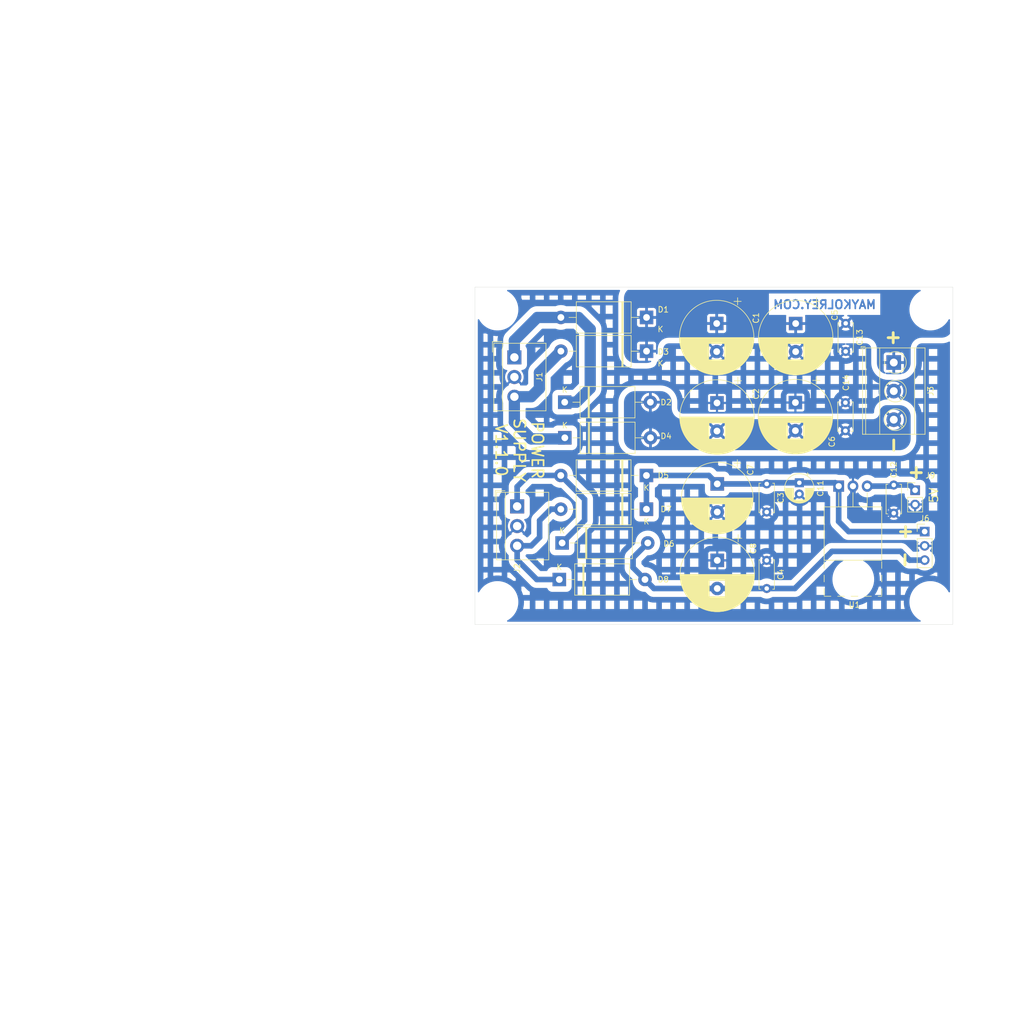
<source format=kicad_pcb>
(kicad_pcb (version 20221018) (generator pcbnew)
  (title_block (title "Fuente simetrica dual con auxiliar") (date "2023-05-04") (rev "V1.1.0") (company "Maykol Rey"))
  (layers (0 "F.Cu" signal) (31 "B.Cu" signal) (34 "B.Paste" user) (35 "F.Paste" user) (36 "B.SilkS" user "B.Silkscreen") (37 "F.SilkS" user "F.Silkscreen") (38 "B.Mask" user) (39 "F.Mask" user) (44 "Edge.Cuts" user))
  (net 0 "")
  (net 1 "GND")
  (net 2 "/Vop")
  (net 3 "/Von")
  (net 4 "/V2i")
  (net 5 "/V1i")
  (net 6 "/Vo2p")
  (net 7 "/V3i")
  (net 8 "/Vo2n")
  (net 9 "/V4i")
  (net 10 "/+5V")
  (footprint "MountingHole:MountingHole_3.2mm_M3" (layer "F.Cu") (at 179.5 121)
    (fp_text reference "H4" hide)
    (fp_text value "MountingHole")
    (pad "" np_thru_hole circle (at 0 0) (size 3.2 3.2) (drill 3.2) (layers "*.Cu" "*.Mask"))
  )
  (footprint "Capacitor_THT:C_Disc_D5.0mm_W2.5mm_P5.00mm" (layer "F.Cu") (at 150.4 100 -90)
    (fp_text reference "C3" (at 2.5 -2.5 -90) (layer "F.SilkS"))
    (fp_text value "100nF")
    (pad "1" thru_hole circle (at 0 0 270) (size 1.6 1.6) (drill 0.8) (layers "*.Cu" "*.Mask") (net 6 "/Vo2p"))
    (pad "2" thru_hole circle (at 5 0 270) (size 1.6 1.6) (drill 0.8) (layers "*.Cu" "*.Mask") (net 1 "GND"))
  )
  (footprint "MR-footprint:TerminalBlock_1x03_P3.50mm_Vertical" (layer "F.Cu") (at 106 107.5 -90)
    (fp_text reference "J2" (at 7.5 0 90) (layer "F.SilkS"))
    (fp_text value "Conn_01x03")
    (pad "1" thru_hole rect (at -3.5 0 270) (size 2.5 2.5) (drill 1.5) (layers "*.Cu" "*.Mask") (net 7 "/V3i"))
    (pad "2" thru_hole circle (at 0 0 270) (size 2.5 2.5) (drill 1.5) (layers "*.Cu" "*.Mask") (net 1 "GND"))
    (pad "3" thru_hole circle (at 3.5 0 270) (size 2.5 2.5) (drill 1.5) (layers "*.Cu" "*.Mask") (net 9 "/V4i"))
  )
  (footprint "Capacitor_THT:CP_Radial_D5.0mm_P2.00mm" (layer "F.Cu") (at 156.2 99.8 -90)
    (fp_text reference "C11" (at 1 -3.75 -90) (layer "F.SilkS"))
    (fp_text value "2.2uF")
    (pad "1" thru_hole rect (at 0 0 270) (size 1.6 1.6) (drill 0.8) (layers "*.Cu" "*.Mask") (net 6 "/Vo2p"))
    (pad "2" thru_hole circle (at 2 0 270) (size 1.6 1.6) (drill 0.8) (layers "*.Cu" "*.Mask") (net 1 "GND"))
  )
  (footprint "MountingHole:MountingHole_3.2mm_M3" (layer "F.Cu") (at 102.5 69)
    (fp_text reference "H1" hide)
    (fp_text value "MountingHole")
    (pad "" np_thru_hole circle (at 0 0) (size 3.2 3.2) (drill 3.2) (layers "*.Cu" "*.Mask"))
  )
  (footprint "Diode_THT:D_DO-27_P15.24mm_Horizontal" (layer "F.Cu") (at 114.46 85.47)
    (fp_text reference "D2" (at 18.04 0.03) (layer "F.SilkS"))
    (fp_text value "1N5404")
    (fp_text user "K" (at 0 -2.2) (layer "F.SilkS"))
    (pad "1" thru_hole rect (at 0 0) (size 2.4 2.4) (drill 1.2) (layers "*.Cu" "*.Mask") (net 5 "/V1i"))
    (pad "2" thru_hole oval (at 15.24 0) (size 2.4 2.4) (drill 1.2) (layers "*.Cu" "*.Mask") (net 3 "/Von"))
  )
  (footprint "Connector_PinHeader_2.54mm:PinHeader_1x03_P2.54mm_Vertical" (layer "F.Cu") (at 178.5 108.475)
    (fp_text reference "J6" (at 0 -2.33) (layer "F.SilkS"))
    (fp_text value "Conn_01x03")
    (pad "1" thru_hole rect (at 0 0) (size 1.7 1.7) (drill 1) (layers "*.Cu" "*.Mask") (net 6 "/Vo2p"))
    (pad "2" thru_hole oval (at 0 2.54) (size 1.7 1.7) (drill 1) (layers "*.Cu" "*.Mask") (net 1 "GND"))
    (pad "3" thru_hole oval (at 0 5.08) (size 1.7 1.7) (drill 1) (layers "*.Cu" "*.Mask") (net 8 "/Vo2n"))
  )
  (footprint "MountingHole:MountingHole_3.2mm_M3" (layer "F.Cu") (at 179.5 69)
    (fp_text reference "H2" hide)
    (fp_text value "MountingHole")
    (pad "" np_thru_hole circle (at 0 0) (size 3.2 3.2) (drill 3.2) (layers "*.Cu" "*.Mask"))
  )
  (footprint "Capacitor_THT:CP_Radial_D13.0mm_P5.00mm" (layer "F.Cu") (at 141.6 113.6 -90)
    (fp_text reference "C8" (at -2.1 -6.4 -90) (layer "F.SilkS"))
    (fp_text value "2200uF")
    (pad "1" thru_hole rect (at 0 0 270) (size 2.4 2.4) (drill 1.2) (layers "*.Cu" "*.Mask") (net 1 "GND"))
    (pad "2" thru_hole circle (at 5 0 270) (size 2.4 2.4) (drill 1.2) (layers "*.Cu" "*.Mask") (net 8 "/Vo2n"))
  )
  (footprint "Connector_PinHeader_2.54mm:PinHeader_1x02_P2.54mm_Vertical" (layer "F.Cu") (at 176.8 101.125)
    (fp_text reference "J9" (at 2.7 -2.625) (layer "F.SilkS"))
    (fp_text value "Conn_01x02")
    (pad "1" thru_hole rect (at 0 0) (size 1.7 1.7) (drill 1) (layers "*.Cu" "*.Mask") (net 10 "/+5V"))
    (pad "2" thru_hole oval (at 0 2.54) (size 1.7 1.7) (drill 1) (layers "*.Cu" "*.Mask") (net 1 "GND"))
  )
  (footprint "Diode_THT:D_DO-27_P15.24mm_Horizontal" (layer "F.Cu") (at 114 110.5)
    (fp_text reference "D6" (at 19 0.146179) (layer "F.SilkS"))
    (fp_text value "1N5404")
    (fp_text user "K" (at 0 -2.2) (layer "F.SilkS"))
    (pad "1" thru_hole rect (at 0 0) (size 2.4 2.4) (drill 1.2) (layers "*.Cu" "*.Mask") (net 7 "/V3i"))
    (pad "2" thru_hole oval (at 15.24 0) (size 2.4 2.4) (drill 1.2) (layers "*.Cu" "*.Mask") (net 8 "/Vo2n"))
  )
  (footprint "Capacitor_THT:CP_Radial_D13.0mm_P5.00mm" (layer "F.Cu") (at 155.5 85.534785 -90)
    (fp_text reference "C6" (at 6.965215 -6.5 -90) (layer "F.SilkS"))
    (fp_text value "2200uF")
    (pad "1" thru_hole rect (at 0 0 270) (size 2.4 2.4) (drill 1.2) (layers "*.Cu" "*.Mask") (net 1 "GND"))
    (pad "2" thru_hole circle (at 5 0 270) (size 2.4 2.4) (drill 1.2) (layers "*.Cu" "*.Mask") (net 3 "/Von"))
  )
  (footprint "Diode_THT:D_DO-27_P15.24mm_Horizontal" (layer "F.Cu") (at 113.5 117)
    (fp_text reference "D8" (at 18.5 0) (layer "F.SilkS"))
    (fp_text value "1N5404")
    (fp_text user "K" (at 0 -2.2) (layer "F.SilkS"))
    (pad "1" thru_hole rect (at 0 0) (size 2.4 2.4) (drill 1.2) (layers "*.Cu" "*.Mask") (net 9 "/V4i"))
    (pad "2" thru_hole oval (at 15.24 0) (size 2.4 2.4) (drill 1.2) (layers "*.Cu" "*.Mask") (net 8 "/Vo2n"))
  )
  (footprint "Capacitor_THT:CP_Radial_D13.0mm_P5.00mm" (layer "F.Cu") (at 141.55 85.6 -90)
    (fp_text reference "C2" (at -1.6 -6.95 -90) (layer "F.SilkS"))
    (fp_text value "2200uF")
    (pad "1" thru_hole rect (at 0 0 270) (size 2.4 2.4) (drill 1.2) (layers "*.Cu" "*.Mask") (net 1 "GND"))
    (pad "2" thru_hole circle (at 5 0 270) (size 2.4 2.4) (drill 1.2) (layers "*.Cu" "*.Mask") (net 3 "/Von"))
  )
  (footprint "Capacitor_THT:C_Disc_D5.0mm_W2.5mm_P5.00mm" (layer "F.Cu") (at 150.4 113.6 -90)
    (fp_text reference "C4" (at 2.5 -2.5 -90) (layer "F.SilkS"))
    (fp_text value "100nF")
    (pad "1" thru_hole circle (at 0 0 270) (size 1.6 1.6) (drill 0.8) (layers "*.Cu" "*.Mask") (net 1 "GND"))
    (pad "2" thru_hole circle (at 5 0 270) (size 1.6 1.6) (drill 0.8) (layers "*.Cu" "*.Mask") (net 8 "/Vo2n"))
  )
  (footprint "Diode_THT:D_DO-27_P15.24mm_Horizontal" (layer "F.Cu") (at 129.02 70.4 180)
    (fp_text reference "D1" (at -2.98 1.4) (layer "F.SilkS"))
    (fp_text value "1N5404")
    (fp_text user "K" (at -2.48 -2.1) (layer "F.SilkS"))
    (pad "1" thru_hole rect (at 0 0 180) (size 2.4 2.4) (drill 1.2) (layers "*.Cu" "*.Mask") (net 2 "/Vop"))
    (pad "2" thru_hole oval (at 15.24 0 180) (size 2.4 2.4) (drill 1.2) (layers "*.Cu" "*.Mask") (net 5 "/V1i"))
  )
  (footprint "Diode_THT:D_DO-27_P15.24mm_Horizontal" (layer "F.Cu") (at 114.48 91.8)
    (fp_text reference "D4" (at 18.02 -0.3) (layer "F.SilkS"))
    (fp_text value "1N5404")
    (fp_text user "K" (at 0 -2.2) (layer "F.SilkS"))
    (pad "1" thru_hole rect (at 0 0) (size 2.4 2.4) (drill 1.2) (layers "*.Cu" "*.Mask") (net 4 "/V2i"))
    (pad "2" thru_hole oval (at 15.24 0) (size 2.4 2.4) (drill 1.2) (layers "*.Cu" "*.Mask") (net 3 "/Von"))
  )
  (footprint "Capacitor_THT:CP_Radial_D13.0mm_P5.00mm" (layer "F.Cu") (at 141.5 71.47778 -90)
    (fp_text reference "C1" (at -0.97778 -7 -90) (layer "F.SilkS"))
    (fp_text value "2200uF")
    (pad "1" thru_hole rect (at 0 0 270) (size 2.4 2.4) (drill 1.2) (layers "*.Cu" "*.Mask") (net 2 "/Vop"))
    (pad "2" thru_hole circle (at 5 0 270) (size 2.4 2.4) (drill 1.2) (layers "*.Cu" "*.Mask") (net 1 "GND"))
  )
  (footprint "Capacitor_THT:CP_Radial_D13.0mm_P5.00mm" (layer "F.Cu") (at 155.55 71.484785 -90)
    (fp_text reference "C5" (at -1.484785 -6.95 -90) (layer "F.SilkS"))
    (fp_text value "2200uF")
    (pad "1" thru_hole rect (at 0 0 270) (size 2.4 2.4) (drill 1.2) (layers "*.Cu" "*.Mask") (net 2 "/Vop"))
    (pad "2" thru_hole circle (at 5 0 270) (size 2.4 2.4) (drill 1.2) (layers "*.Cu" "*.Mask") (net 1 "GND"))
  )
  (footprint "MR-footprint:TerminalBlock_1x03_P3.50mm_Vertical" (layer "F.Cu") (at 105.505 81 -90)
    (fp_text reference "J1" (at -0.031 -4.46 -90) (layer "F.SilkS"))
    (fp_text value "Conn_01x03")
    (pad "1" thru_hole rect (at -3.5 0 270) (size 2.5 2.5) (drill 1.5) (layers "*.Cu" "*.Mask") (net 5 "/V1i"))
    (pad "2" thru_hole circle (at 0 0 270) (size 2.5 2.5) (drill 1.5) (layers "*.Cu" "*.Mask") (net 1 "GND"))
    (pad "3" thru_hole circle (at 3.5 0 270) (size 2.5 2.5) (drill 1.5) (layers "*.Cu" "*.Mask") (net 4 "/V2i"))
  )
  (footprint "Diode_THT:D_DO-27_P15.24mm_Horizontal" (layer "F.Cu") (at 129 104.5 180)
    (fp_text reference "D7" (at -3.5 0) (layer "F.SilkS"))
    (fp_text value "1N5404")
    (fp_text user "K" (at 0 -2.2) (layer "F.SilkS"))
    (pad "1" thru_hole rect (at 0 0 180) (size 2.4 2.4) (drill 1.2) (layers "*.Cu" "*.Mask") (net 6 "/Vo2p"))
    (pad "2" thru_hole oval (at 15.24 0 180) (size 2.4 2.4) (drill 1.2) (layers "*.Cu" "*.Mask") (net 9 "/V4i"))
  )
  (footprint "Package_TO_SOT_THT:TO-220-3_Horizontal_TabUp" (layer "F.Cu") (at 163.2 100.4)
    (fp_text reference "U1" (at 2.8 21.1) (layer "F.SilkS"))
    (fp_text value "LM7805_TO220")
    (pad "" np_thru_hole oval (at 2.54 16.66) (size 3.5 3.5) (drill 3.5) (layers "*.Cu" "*.Mask"))
    (pad "1" thru_hole rect (at 0 0) (size 1.905 2) (drill 1.1) (layers "*.Cu" "*.Mask") (net 6 "/Vo2p"))
    (pad "2" thru_hole oval (at 2.54 0) (size 1.905 2) (drill 1.1) (layers "*.Cu" "*.Mask") (net 1 "GND"))
    (pad "3" thru_hole oval (at 5.08 0) (size 1.905 2) (drill 1.1) (layers "*.Cu" "*.Mask") (net 10 "/+5V"))
  )
  (footprint "Diode_THT:D_DO-27_P15.24mm_Horizontal" (layer "F.Cu") (at 129.02 76.4 180)
    (fp_text reference "D3" (at -2.98 -0.1) (layer "F.SilkS"))
    (fp_text value "1N5404")
    (fp_text user "K" (at -2.48 -2.2) (layer "F.SilkS"))
    (pad "1" thru_hole rect (at 0 0 180) (size 2.4 2.4) (drill 1.2) (layers "*.Cu" "*.Mask") (net 2 "/Vop"))
    (pad "2" thru_hole oval (at 15.24 0 180) (size 2.4 2.4) (drill 1.2) (layers "*.Cu" "*.Mask") (net 4 "/V2i"))
  )
  (footprint "Capacitor_THT:C_Disc_D5.0mm_W2.5mm_P5.00mm" (layer "F.Cu") (at 164.4 85.55 -90)
    (fp_text reference "C14" (at -3.55 -0.1 90) (layer "F.SilkS"))
    (fp_text value "100nF")
    (pad "1" thru_hole circle (at 0 0 270) (size 1.6 1.6) (drill 0.8) (layers "*.Cu" "*.Mask") (net 1 "GND"))
    (pad "2" thru_hole circle (at 5 0 270) (size 1.6 1.6) (drill 0.8) (layers "*.Cu" "*.Mask") (net 3 "/Von"))
  )
  (footprint "Capacitor_THT:CP_Radial_D12.5mm_P5.00mm" (layer "F.Cu") (at 141.6 100 -90)
    (fp_text reference "C7" (at -2.5 -5.9 -90) (layer "F.SilkS"))
    (fp_text value "2200uF")
    (pad "1" thru_hole rect (at 0 0 270) (size 2.4 2.4) (drill 1.2) (layers "*.Cu" "*.Mask") (net 6 "/Vo2p"))
    (pad "2" thru_hole circle (at 5 0 270) (size 2.4 2.4) (drill 1.2) (layers "*.Cu" "*.Mask") (net 1 "GND"))
  )
  (footprint "TerminalBlock_MetzConnect:TerminalBlock_MetzConnect_Type073_RT02603HBLU_1x03_P5.08mm_Horizontal" (layer "F.Cu") (at 173 78.42 -90)
    (fp_text reference "J3" (at 5.08 -6.56 90) (layer "F.SilkS"))
    (fp_text value "Conn_01x03")
    (pad "1" thru_hole rect (at 0 0 270) (size 2.6 2.6) (drill 1.4) (layers "*.Cu" "*.Mask") (net 2 "/Vop"))
    (pad "2" thru_hole circle (at 5.08 0 270) (size 2.6 2.6) (drill 1.4) (layers "*.Cu" "*.Mask") (net 1 "GND"))
    (pad "3" thru_hole circle (at 10.16 0 270) (size 2.6 2.6) (drill 1.4) (layers "*.Cu" "*.Mask") (net 3 "/Von"))
  )
  (footprint "MountingHole:MountingHole_3.2mm_M3" (layer "F.Cu") (at 102.5 121)
    (fp_text reference "H3" hide)
    (fp_text value "MountingHole")
    (pad "" np_thru_hole circle (at 0 0) (size 3.2 3.2) (drill 3.2) (layers "*.Cu" "*.Mask"))
  )
  (footprint "Diode_THT:D_DO-27_P15.24mm_Horizontal" (layer "F.Cu") (at 129 98.5 180)
    (fp_text reference "D5" (at -3 0) (layer "F.SilkS"))
    (fp_text value "1N5404")
    (fp_text user "K" (at 0 -2.2) (layer "F.SilkS"))
    (pad "1" thru_hole rect (at 0 0 180) (size 2.4 2.4) (drill 1.2) (layers "*.Cu" "*.Mask") (net 6 "/Vo2p"))
    (pad "2" thru_hole oval (at 15.24 0 180) (size 2.4 2.4) (drill 1.2) (layers "*.Cu" "*.Mask") (net 7 "/V3i"))
  )
  (footprint "Capacitor_THT:C_Disc_D5.0mm_W2.5mm_P5.00mm" (layer "F.Cu") (at 173 100.2 -90)
    (fp_text reference "C12" (at -2.7 0 -90) (layer "F.SilkS"))
    (fp_text value "100nF")
    (pad "1" thru_hole circle (at 0 0 270) (size 1.6 1.6) (drill 0.8) (layers "*.Cu" "*.Mask") (net 10 "/+5V"))
    (pad "2" thru_hole circle (at 5 0 270) (size 1.6 1.6) (drill 0.8) (layers "*.Cu" "*.Mask") (net 1 "GND"))
  )
  (footprint "Capacitor_THT:C_Disc_D5.0mm_W2.5mm_P5.00mm" (layer "F.Cu") (at 164.45 71.45 -90)
    (fp_text reference "C13" (at 2.5 -2.5 90) (layer "F.SilkS"))
    (fp_text value "100nF")
    (pad "1" thru_hole circle (at 0 0 270) (size 1.6 1.6) (drill 0.8) (layers "*.Cu" "*.Mask") (net 2 "/Vop"))
    (pad "2" thru_hole circle (at 5 0 270) (size 1.6 1.6) (drill 0.8) (layers "*.Cu" "*.Mask") (net 1 "GND"))
  )
  (gr_line (start 174.2 108.5) (end 176 108.5) (stroke (width 0.5)) (layer "F.SilkS"))
  (gr_line (start 172 74) (end 173.8 74) (stroke (width 0.5)) (layer "F.SilkS"))
  (gr_line (start 176.1 98) (end 177.9 98) (stroke (width 0.5)) (layer "F.SilkS"))
  (gr_line (start 175 112.6) (end 175 114.4) (stroke (width 0.5)) (layer "F.SilkS"))
  (gr_line (start 177 97.1) (end 177 98.9) (stroke (width 0.5)) (layer "F.SilkS"))
  (gr_line (start 173 92.2) (end 173 94) (stroke (width 0.5)) (layer "F.SilkS"))
  (gr_line (start 175.1 107.6) (end 175.1 109.4) (stroke (width 0.5)) (layer "F.SilkS"))
  (gr_line (start 172.9 73.1) (end 172.9 74.9) (stroke (width 0.5)) (layer "F.SilkS"))
  (gr_line (start 98.5 125) (end 183.5 125) (stroke (width 0.05)) (layer "Edge.Cuts"))
  (gr_line (start 98.5 65) (end 98.5 125) (stroke (width 0.05)) (layer "Edge.Cuts"))
  (gr_line (start 183.5 65) (end 98.5 65) (stroke (width 0.05)) (layer "Edge.Cuts"))
  (gr_line (start 183.5 125) (end 183.5 65) (stroke (width 0.05)) (layer "Edge.Cuts"))
  (gr_text "MAYKOLREY.COM" (at 170 69) (layer "B.Cu") (effects (font (size 1.5 1.5) (thickness 0.3) bold) (justify left bottom mirror)))
  (gr_text "POWER\nSUPPLY\n${REVISION}" (at 102 94 270) (layer "F.SilkS") (effects (font (size 2 2) (thickness 0.3)) (justify bottom)))
  (gr_text "5V" (at 181 103.5 90) (layer "F.SilkS") (effects (font (size 1.5 1.5) (thickness 0.2)) (justify left bottom)))
  (segment (start 173 105.2) (end 167.6 105.2) (width 1) (layer "B.Cu") (net 1))
  (segment (start 165.74 103.34) (end 165.74 100.4) (width 1) (layer "B.Cu") (net 1))
  (segment (start 167.6 105.2) (end 165.74 103.34) (width 1) (layer "B.Cu") (net 1))
  (segment (start 114.28 92) (end 114.48 91.8) (width 2) (layer "B.Cu") (net 4))
  (segment (start 108.5 84.5) (end 109.96 83.04) (width 2) (layer "B.Cu") (net 4))
  (segment (start 109.96 83.04) (end 109.96 80.22) (width 2) (layer "B.Cu") (net 4))
  (segment (start 105.505 84.5) (end 108.5 84.5) (width 2) (layer "B.Cu") (net 4))
  (segment (start 109.96 80.22) (end 113.78 76.4) (width 2) (layer "B.Cu") (net 4))
  (segment (start 105.505 89.005) (end 108.5 92) (width 2) (layer "B.Cu") (net 4))
  (segment (start 105.505 84.5) (end 105.505 89.005) (width 2) (layer "B.Cu") (net 4))
  (segment (start 108.5 92) (end 114.28 92) (width 2) (layer "B.Cu") (net 4))
  (segment (start 119 72.5) (end 116.9 70.4) (width 2) (layer "B.Cu") (net 5))
  (segment (start 105.505 74.495) (end 105.505 77.5) (width 2) (layer "B.Cu") (net 5))
  (segment (start 116.9 70.4) (end 113.78 70.4) (width 2) (layer "B.Cu") (net 5))
  (segment (start 114.46 85.47) (end 116.53 85.47) (width 2) (layer "B.Cu") (net 5))
  (segment (start 119 83) (end 119 72.5) (width 2) (layer "B.Cu") (net 5))
  (segment (start 109.6 70.4) (end 105.505 74.495) (width 2) (layer "B.Cu") (net 5))
  (segment (start 116.53 85.47) (end 119 83) (width 2) (layer "B.Cu") (net 5))
  (segment (start 113.78 70.4) (end 109.6 70.4) (width 2) (layer "B.Cu") (net 5))
  (segment (start 162.6 99.8) (end 156.2 99.8) (width 1) (layer "B.Cu") (net 6))
  (segment (start 140.1 98.5) (end 141.6 100) (width 1) (layer "B.Cu") (net 6))
  (segment (start 150.653821 100) (end 141.6 100) (width 1) (layer "B.Cu") (net 6))
  (segment (start 150.853821 99.8) (end 150.653821 100) (width 1) (layer "B.Cu") (net 6))
  (segment (start 163.2 106.7) (end 163.2 100.4) (width 1) (layer "B.Cu") (net 6))
  (segment (start 178.5 108.475) (end 164.975 108.475) (width 1) (layer "B.Cu") (net 6))
  (segment (start 129 98.5) (end 140.1 98.5) (width 1) (layer "B.Cu") (net 6))
  (segment (start 129 104.5) (end 129 98.5) (width 1) (layer "B.Cu") (net 6))
  (segment (start 156.2 99.8) (end 150.853821 99.8) (width 1) (layer "B.Cu") (net 6))
  (segment (start 164.975 108.475) (end 163.2 106.7) (width 1) (layer "B.Cu") (net 6))
  (segment (start 163.2 100.4) (end 162.6 99.8) (width 1) (layer "B.Cu") (net 6))
  (segment (start 106 100.5) (end 108 98.5) (width 1) (layer "B.Cu") (net 7))
  (segment (start 108 98.5) (end 113.76 98.5) (width 1) (layer "B.Cu") (net 7))
  (segment (start 106 104) (end 106 100.5) (width 1) (layer "B.Cu") (net 7))
  (segment (start 113.76 98.5) (end 118 102.74) (width 1) (layer "B.Cu") (net 7))
  (segment (start 118 106.5) (end 114 110.5) (width 1) (layer "B.Cu") (net 7))
  (segment (start 118 102.74) (end 118 106.5) (width 1) (layer "B.Cu") (net 7))
  (segment (start 126.62 113.12) (end 126.62 114.88) (width 1) (layer "B.Cu") (net 8))
  (segment (start 126.62 114.88) (end 128.74 117) (width 1) (layer "B.Cu") (net 8))
  (segment (start 150.4 118.6) (end 155.4 118.6) (width 1) (layer "B.Cu") (net 8))
  (segment (start 141.6 118.6) (end 150.4 118.6) (width 1) (layer "B.Cu") (net 8))
  (segment (start 162 112) (end 174.25 112) (width 1) (layer "B.Cu") (net 8))
  (segment (start 129.24 110.5) (end 126.62 113.12) (width 1) (layer "B.Cu") (net 8))
  (segment (start 130.34 118.6) (end 141.6 118.6) (width 1) (layer "B.Cu") (net 8))
  (segment (start 155.4 118.6) (end 162 112) (width 1) (layer "B.Cu") (net 8))
  (segment (start 174.25 112) (end 175.805 113.555) (width 1) (layer "B.Cu") (net 8))
  (segment (start 175.805 113.555) (end 178.5 113.555) (width 1) (layer "B.Cu") (net 8))
  (segment (start 128.74 117) (end 130.34 118.6) (width 1) (layer "B.Cu") (net 8))
  (segment (start 106 111) (end 106 113.5) (width 1) (layer "B.Cu") (net 9))
  (segment (start 108.5 111) (end 110 109.5) (width 1) (layer "B.Cu") (net 9))
  (segment (start 106 111) (end 108.5 111) (width 1) (layer "B.Cu") (net 9))
  (segment (start 109.5 117) (end 113.5 117) (width 1) (layer "B.Cu") (net 9))
  (segment (start 110 109.5) (end 110 106.5) (width 1) (layer "B.Cu") (net 9))
  (segment (start 106 113.5) (end 109.5 117) (width 1) (layer "B.Cu") (net 9))
  (segment (start 112 104.5) (end 113.76 104.5) (width 1) (layer "B.Cu") (net 9))
  (segment (start 110 106.5) (end 112 104.5) (width 1) (layer "B.Cu") (net 9))
  (segment (start 172.8 100.4) (end 173 100.2) (width 1) (layer "B.Cu") (net 10))
  (segment (start 175.875 100.2) (end 173 100.2) (width 1) (layer "B.Cu") (net 10))
  (segment (start 168.28 100.4) (end 172.8 100.4) (width 1) (layer "B.Cu") (net 10))
  (segment (start 176.8 101.125) (end 175.875 100.2) (width 1) (layer "B.Cu") (net 10))
  (zone (net 2) (net_name "/Vop") (layer "B.Cu") (priority 1) (connect_pads (clearance 1)) (min_thickness 0.25) (fill yes (thermal_gap 0.5) (thermal_bridge_width 0.5) (smoothing fillet) (radius 2))
    (polygon (pts (xy 125 62) (xy 125 78.5) (xy 131 78.5) (xy 131 74) (xy 170 74) (xy 170 80.5) (xy 176 80.5) (xy 176 74) (xy 188 74) (xy 188 78) (xy 196 78) (xy 196 62)))
  )
  (zone (net 1) (net_name "GND") (layer "B.Cu") (connect_pads (clearance 1)) (min_thickness 0.25) (fill yes (mode hatch) (thermal_gap 0.4) (thermal_bridge_width 0.4) (smoothing fillet) (radius 2) (hatch_thickness 1) (hatch_gap 1.5) (hatch_orientation 0) (hatch_border_algorithm hatch_thickness) (hatch_min_hole_area 0.3))
    (polygon (pts (xy 94 62) (xy 196 62) (xy 196 138) (xy 94 138)))
  )
  (zone (net 3) (net_name "/Von") (layer "B.Cu") (priority 1) (connect_pads (clearance 0.508)) (min_thickness 0.25) (fill yes (thermal_gap 0.5) (thermal_bridge_width 0.5) (smoothing fillet) (radius 2))
    (polygon (pts (xy 125 83.5) (xy 133.5 83.5) (xy 133.5 88.5) (xy 170.5 88.5) (xy 170.5 86) (xy 176 86) (xy 176 94) (xy 125 94)))
  )
)
</source>
